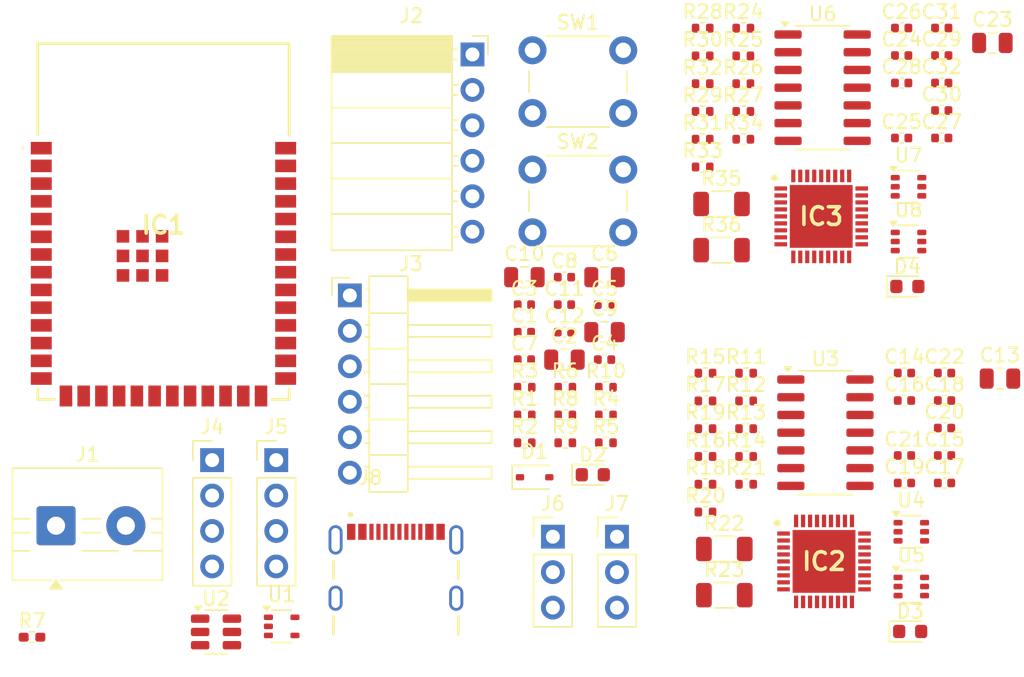
<source format=kicad_pcb>
(kicad_pcb (version 20241229) (generator "pcbnew") (generator_version "9.0")
  (layers (0 "F.Cu" signal) (2 "B.Cu" signal) (13 "F.Paste" user) (15 "B.Paste" user) (5 "F.SilkS" user "F.Silkscreen") (7 "B.SilkS" user "B.Silkscreen") (1 "F.Mask" user) (3 "B.Mask" user) (25 "Edge.Cuts" user))
  (net 0 "")
  (net 1 "GND")
  (net 2 "+3.3V")
  (net 3 "VMOT")
  (net 4 "Net-(IC2-VCP)")
  (net 5 "/Driver_Unit/SGND1")
  (net 6 "/Driver_Unit/SGND2")
  (net 7 "Net-(IC2-CPH)")
  (net 8 "Net-(IC2-CPL)")
  (net 9 "/Driver_Unit1/SGND1")
  (net 10 "/Driver_Unit1/SGND2")
  (net 11 "/GPIO0")
  (net 12 "+5V")
  (net 13 "/CHIP_PU")
  (net 14 "/Driver_Unit/FAULT")
  (net 15 "Net-(D2-K)")
  (net 16 "/Driver_Unit1/FAULT")
  (net 17 "Net-(D4-K)")
  (net 18 "/OUT3A")
  (net 19 "/Driver_Unit/EN2")
  (net 20 "/IN3HA")
  (net 21 "/RESET")
  (net 22 "/Driver_Unit/EN3")
  (net 23 "/OUT2A")
  (net 24 "/OUT1A")
  (net 25 "/IN2HA")
  (net 26 "/IN1HA")
  (net 27 "/SLEEP")
  (net 28 "/Driver_Unit/EN1")
  (net 29 "/Driver_Unit1/EN2")
  (net 30 "/Driver_Unit1/EN1")
  (net 32 "/IN1HB")
  (net 33 "/IN3HB")
  (net 34 "/OUT1B")
  (net 35 "Net-(IC2-NCOMPO)")
  (net 38 "/Driver_Unit1/EN3")
  (net 41 "/OUT2B")
  (net 42 "/OUT3B")
  (net 44 "/IN2HB")
  (net 45 "/MISO")
  (net 46 "/SENSE2A")
  (net 47 "/SDA2")
  (net 48 "/SCL1")
  (net 49 "/D+")
  (net 50 "/MOSI")
  (net 51 "/CS")
  (net 52 "/SENSE2B")
  (net 53 "/SENSE1A")
  (net 54 "/SCL2")
  (net 55 "/SDA1")
  (net 56 "/D-")
  (net 57 "/CLK")
  (net 58 "/SENSE1B")
  (net 59 "/LOOP")
  (net 60 "/IN1LA")
  (net 61 "/IN2LA")
  (net 62 "/IN3LA")
  (net 63 "/IN1LB")
  (net 64 "/IN2LB")
  (net 65 "/IN3LB")
  (net 66 "Net-(D1-A)")
  (net 67 "Net-(C11-Pad1)")
  (net 68 "Net-(C12-Pad1)")
  (net 69 "Net-(IC3-CPH)")
  (net 70 "Net-(IC3-CPL)")
  (net 71 "Net-(IC3-VCP)")
  (net 72 "Net-(D3-K)")
  (net 95 "Net-(IC3-NCOMPO)")
  (net 102 "Net-(J8-CC2)")
  (net 103 "Net-(J8-DN1)")
  (net 104 "Net-(J8-DP1)")
  (net 105 "Net-(J8-CC1)")
  (footprint "Capacitor_SMD:C_0402_1005Metric" (layer "F.Cu") (at 100.1125 53.73)
    (property "Reference" "C8" (at 0 -1.16 0) (layer "F.SilkS"))
    (property "Value" "0.1u")
    (pad "1" smd roundrect (at -0.48 0) (size 0.56 0.62) (layers "F.Cu" "F.Mask" "F.Paste") (net 2 "+3.3V"))
    (pad "2" smd roundrect (at 0.48 0) (size 0.56 0.62) (layers "F.Cu" "F.Mask" "F.Paste") (net 1 "GND"))
  )
  (footprint "Package_SO:SOIC-14_3.9x8.7mm_P1.27mm" (layer "F.Cu") (at 118.8 64.875)
    (property "Reference" "U3" (at 0 -5.28 0) (layer "F.SilkS"))
    (property "Value" "74HC32")
    (pad "1" smd roundrect (at -2.475 -3.81) (size 1.95 0.6) (layers "F.Cu" "F.Mask" "F.Paste") (net 26 "/IN1HA"))
    (pad "2" smd roundrect (at -2.475 -2.54) (size 1.95 0.6) (layers "F.Cu" "F.Mask" "F.Paste") (net 60 "/IN1LA"))
    (pad "3" smd roundrect (at -2.475 -1.27) (size 1.95 0.6) (layers "F.Cu" "F.Mask" "F.Paste") (net 28 "/Driver_Unit/EN1"))
    (pad "4" smd roundrect (at -2.475 0) (size 1.95 0.6) (layers "F.Cu" "F.Mask" "F.Paste") (net 25 "/IN2HA"))
    (pad "5" smd roundrect (at -2.475 1.27) (size 1.95 0.6) (layers "F.Cu" "F.Mask" "F.Paste") (net 61 "/IN2LA"))
    (pad "6" smd roundrect (at -2.475 2.54) (size 1.95 0.6) (layers "F.Cu" "F.Mask" "F.Paste") (net 19 "/Driver_Unit/EN2"))
    (pad "7" smd roundrect (at -2.475 3.81) (size 1.95 0.6) (layers "F.Cu" "F.Mask" "F.Paste") (net 1 "GND"))
    (pad "8" smd roundrect (at 2.475 3.81) (size 1.95 0.6) (layers "F.Cu" "F.Mask" "F.Paste") (net 22 "/Driver_Unit/EN3"))
    (pad "9" smd roundrect (at 2.475 2.54) (size 1.95 0.6) (layers "F.Cu" "F.Mask" "F.Paste") (net 20 "/IN3HA"))
    (pad "10" smd roundrect (at 2.475 1.27) (size 1.95 0.6) (layers "F.Cu" "F.Mask" "F.Paste") (net 62 "/IN3LA"))
    (pad "11" smd roundrect (at 2.475 0) (size 1.95 0.6) (layers "F.Cu" "F.Mask" "F.Paste"))
    (pad "12" smd roundrect (at 2.475 -1.27) (size 1.95 0.6) (layers "F.Cu" "F.Mask" "F.Paste"))
    (pad "13" smd roundrect (at 2.475 -2.54) (size 1.95 0.6) (layers "F.Cu" "F.Mask" "F.Paste"))
    (pad "14" smd roundrect (at 2.475 -3.81) (size 1.95 0.6) (layers "F.Cu" "F.Mask" "F.Paste") (net 2 "+3.3V"))
  )
  (footprint "Resistor_SMD:R_0402_1005Metric_Pad0.72x0.64mm_HandSolder" (layer "F.Cu") (at 61.9825 79.53)
    (property "Reference" "R7" (at 0 -1.17 0) (layer "F.SilkS"))
    (property "Value" "5.1kΩ")
    (pad "1" smd roundrect (at -0.5975 0) (size 0.715 0.64) (layers "F.Cu" "F.Mask" "F.Paste") (net 105 "Net-(J8-CC1)"))
    (pad "2" smd roundrect (at 0.5975 0) (size 0.715 0.64) (layers "F.Cu" "F.Mask" "F.Paste") (net 1 "GND"))
  )
  (footprint "Touchstone:ESP32S3WROOM1N4" (layer "F.Cu") (at 71.3975 49.995)
    (property "Reference" "IC1" (at 0 0 0) (layer "F.SilkS") (effects (font (size 1.27 1.27) (thickness 0.254))))
    (property "Value" "ESP32-S3-WROOM-1-N4" (hide yes))
    (pad "1" smd rect (at -8.75 -5.51 90) (size 0.9 1.5) (layers "F.Cu" "F.Mask" "F.Paste") (net 1 "GND"))
    (pad "2" smd rect (at -8.75 -4.24 90) (size 0.9 1.5) (layers "F.Cu" "F.Mask" "F.Paste") (net 2 "+3.3V"))
    (pad "3" smd rect (at -8.75 -2.97 90) (size 0.9 1.5) (layers "F.Cu" "F.Mask" "F.Paste") (net 13 "/CHIP_PU"))
    (pad "4" smd rect (at -8.75 -1.7 90) (size 0.9 1.5) (layers "F.Cu" "F.Mask" "F.Paste") (net 58 "/SENSE1B"))
    (pad "5" smd rect (at -8.75 -0.43 90) (size 0.9 1.5) (layers "F.Cu" "F.Mask" "F.Paste") (net 55 "/SDA1"))
    (pad "6" smd rect (at -8.75 0.84 90) (size 0.9 1.5) (layers "F.Cu" "F.Mask" "F.Paste") (net 48 "/SCL1"))
    (pad "7" smd rect (at -8.75 2.11 90) (size 0.9 1.5) (layers "F.Cu" "F.Mask" "F.Paste"))
    (pad "8" smd rect (at -8.75 3.38 90) (size 0.9 1.5) (layers "F.Cu" "F.Mask" "F.Paste") (net 51 "/CS"))
    (pad "9" smd rect (at -8.75 4.65 90) (size 0.9 1.5) (layers "F.Cu" "F.Mask" "F.Paste"))
    (pad "10" smd rect (at -8.75 5.92 90) (size 0.9 1.5) (layers "F.Cu" "F.Mask" "F.Paste") (net 47 "/SDA2"))
    (pad "11" smd rect (at -8.75 7.19 90) (size 0.9 1.5) (layers "F.Cu" "F.Mask" "F.Paste") (net 54 "/SCL2"))
    (pad "12" smd rect (at -8.75 8.46 90) (size 0.9 1.5) (layers "F.Cu" "F.Mask" "F.Paste"))
    (pad "13" smd rect (at -8.75 9.73 90) (size 0.9 1.5) (layers "F.Cu" "F.Mask" "F.Paste") (net 56 "/D-"))
    (pad "14" smd rect (at -8.75 11 90) (size 0.9 1.5) (layers "F.Cu" "F.Mask" "F.Paste") (net 49 "/D+"))
    (pad "15" smd rect (at -6.985 12.25) (size 0.9 1.5) (layers "F.Cu" "F.Mask" "F.Paste"))
    (pad "16" smd rect (at -5.715 12.25) (size 0.9 1.5) (layers "F.Cu" "F.Mask" "F.Paste"))
    (pad "17" smd rect (at -4.445 12.25) (size 0.9 1.5) (layers "F.Cu" "F.Mask" "F.Paste"))
    (pad "18" smd rect (at -3.175 12.25) (size 0.9 1.5) (layers "F.Cu" "F.Mask" "F.Paste"))
    (pad "19" smd rect (at -1.905 12.25) (size 0.9 1.5) (layers "F.Cu" "F.Mask" "F.Paste"))
    (pad "20" smd rect (at -0.635 12.25) (size 0.9 1.5) (layers "F.Cu" "F.Mask" "F.Paste") (net 45 "/MISO"))
    (pad "21" smd rect (at 0.635 12.25) (size 0.9 1.5) (layers "F.Cu" "F.Mask" "F.Paste") (net 50 "/MOSI"))
    (pad "22" smd rect (at 1.905 12.25) (size 0.9 1.5) (layers "F.Cu" "F.Mask" "F.Paste") (net 57 "/CLK"))
    (pad "23" smd rect (at 3.175 12.25) (size 0.9 1.5) (layers "F.Cu" "F.Mask" "F.Paste"))
    (pad "24" smd rect (at 4.445 12.25) (size 0.9 1.5) (layers "F.Cu" "F.Mask" "F.Paste"))
    (pad "25" smd rect (at 5.715 12.25) (size 0.9 1.5) (layers "F.Cu" "F.Mask" "F.Paste"))
    (pad "26" smd rect (at 6.985 12.25) (size 0.9 1.5) (layers "F.Cu" "F.Mask" "F.Paste"))
    (pad "27" smd rect (at 8.75 11 90) (size 0.9 1.5) (layers "F.Cu" "F.Mask" "F.Paste") (net 11 "/GPIO0"))
    (pad "28" smd rect (at 8.75 9.73 90) (size 0.9 1.5) (layers "F.Cu" "F.Mask" "F.Paste"))
    (pad "29" smd rect (at 8.75 8.46 90) (size 0.9 1.5) (layers "F.Cu" "F.Mask" "F.Paste") (net 53 "/SENSE1A"))
    (pad "30" smd rect (at 8.75 7.19 90) (size 0.9 1.5) (layers "F.Cu" "F.Mask" "F.Paste") (net 46 "/SENSE2A"))
    (pad "31" smd rect (at 8.75 5.92 90) (size 0.9 1.5) (layers "F.Cu" "F.Mask" "F.Paste"))
    (pad "32" smd rect (at 8.75 4.65 90) (size 0.9 1.5) (layers "F.Cu" "F.Mask" "F.Paste"))
    (pad "33" smd rect (at 8.75 3.38 90) (size 0.9 1.5) (layers "F.Cu" "F.Mask" "F.Paste"))
    (pad "34" smd rect (at 8.75 2.11 90) (size 0.9 1.5) (layers "F.Cu" "F.Mask" "F.Paste"))
    (pad "35" smd rect (at 8.75 0.84 90) (size 0.9 1.5) (layers "F.Cu" "F.Mask" "F.Paste"))
    (pad "36" smd rect (at 8.75 -0.43 90) (size 0.9 1.5) (layers "F.Cu" "F.Mask" "F.Paste"))
    (pad "37" smd rect (at 8.75 -1.7 90) (size 0.9 1.5) (layers "F.Cu" "F.Mask" "F.Paste"))
    (pad "38" smd rect (at 8.75 -2.97 90) (size 0.9 1.5) (layers "F.Cu" "F.Mask" "F.Paste") (net 52 "/SENSE2B"))
    (pad "39" smd rect (at 8.75 -4.24 90) (size 0.9 1.5) (layers "F.Cu" "F.Mask" "F.Paste"))
    (pad "40" smd rect (at 8.75 -5.51 90) (size 0.9 1.5) (layers "F.Cu" "F.Mask" "F.Paste") (net 1 "GND"))
    (pad "41" smd rect (at -1.5 2.21) (size 0.9 0.9) (layers "F.Cu" "F.Mask" "F.Paste") (net 1 "GND"))
    (pad "42" smd rect (at -0.1 2.21) (size 0.9 0.9) (layers "F.Cu" "F.Mask" "F.Paste") (net 1 "GND"))
    (pad "43" smd rect (at -0.1 0.81) (size 0.9 0.9) (layers "F.Cu" "F.Mask" "F.Paste") (net 1 "GND"))
    (pad "44" smd rect (at -1.5 0.81) (size 0.9 0.9) (layers "F.Cu" "F.Mask" "F.Paste") (net 1 "GND"))
    (pad "45" smd rect (at -2.9 0.81) (size 0.9 0.9) (layers "F.Cu" "F.Mask" "F.Paste") (net 1 "GND"))
    (pad "46" smd rect (at -2.9 2.21) (size 0.9 0.9) (layers "F.Cu" "F.Mask" "F.Paste") (net 1 "GND"))
    (pad "47" smd rect (at -2.9 3.61) (size 0.9 0.9) (layers "F.Cu" "F.Mask" "F.Paste") (net 1 "GND"))
    (pad "48" smd rect (at -1.5 3.61) (size 0.9 0.9) (layers "F.Cu" "F.Mask" "F.Paste") (net 1 "GND"))
    (pad "49" smd rect (at -0.1 3.61) (size 0.9 0.9) (layers "F.Cu" "F.Mask" "F.Paste") (net 1 "GND"))
  )
  (footprint "Resistor_SMD:R_0402_1005Metric" (layer "F.Cu") (at 113.12 60.61)
    (property "Reference" "R11" (at 0 -1.17 0) (layer "F.SilkS"))
    (property "Value" "3.3k")
    (pad "1" smd roundrect (at -0.51 0) (size 0.54 0.64) (layers "F.Cu" "F.Mask" "F.Paste") (net 35 "Net-(IC2-NCOMPO)"))
    (pad "2" smd roundrect (at 0.51 0) (size 0.54 0.64) (layers "F.Cu" "F.Mask" "F.Paste") (net 2 "+3.3V"))
  )
  (footprint "Connector_PinHeader_2.54mm:PinHeader_1x04_P2.54mm_Vertical" (layer "F.Cu") (at 79.4725 66.84)
    (property "Reference" "J5" (at 0 -2.38 0) (layer "F.SilkS"))
    (property "Value" "Conn_01x04")
    (pad "1" thru_hole rect (at 0 0) (size 1.7 1.7) (drill 1) (layers "*.Cu" "*.Mask") (net 2 "+3.3V"))
    (pad "2" thru_hole circle (at 0 2.54) (size 1.7 1.7) (drill 1) (layers "*.Cu" "*.Mask") (net 1 "GND"))
    (pad "3" thru_hole circle (at 0 5.08) (size 1.7 1.7) (drill 1) (layers "*.Cu" "*.Mask") (net 47 "/SDA2"))
    (pad "4" thru_hole circle (at 0 7.62) (size 1.7 1.7) (drill 1) (layers "*.Cu" "*.Mask") (net 54 "/SCL2"))
  )
  (footprint "LED_SMD:LED_0603_1608Metric" (layer "F.Cu") (at 124.87 79.12)
    (property "Reference" "D3" (at 0 -1.43 0) (layer "F.SilkS"))
    (property "Value" "LED")
    (pad "1" smd roundrect (at -0.7875 0) (size 0.875 0.95) (layers "F.Cu" "F.Mask" "F.Paste") (net 72 "Net-(D3-K)"))
    (pad "2" smd roundrect (at 0.7875 0) (size 0.875 0.95) (layers "F.Cu" "F.Mask" "F.Paste") (net 14 "/Driver_Unit/FAULT"))
  )
  (footprint "Resistor_SMD:R_0402_1005Metric" (layer "F.Cu") (at 110.01 41.855)
    (property "Reference" "R29" (at 0 -1.17 0) (layer "F.SilkS"))
    (property "Value" "3.3k")
    (pad "1" smd roundrect (at -0.51 0) (size 0.54 0.64) (layers "F.Cu" "F.Mask" "F.Paste") (net 1 "GND"))
    (pad "2" smd roundrect (at 0.51 0) (size 0.54 0.64) (layers "F.Cu" "F.Mask" "F.Paste") (net 63 "/IN1LB"))
  )
  (footprint "Capacitor_SMD:C_0402_1005Metric" (layer "F.Cu") (at 127.13 43.755)
    (property "Reference" "C27" (at 0 -1.16 0) (layer "F.SilkS"))
    (property "Value" "0.1u")
    (pad "1" smd roundrect (at -0.48 0) (size 0.56 0.62) (layers "F.Cu" "F.Mask" "F.Paste") (net 1 "GND"))
    (pad "2" smd roundrect (at 0.48 0) (size 0.56 0.62) (layers "F.Cu" "F.Mask" "F.Paste") (net 3 "VMOT"))
  )
  (footprint "Resistor_SMD:R_0402_1005Metric" (layer "F.Cu") (at 112.92 43.845)
    (property "Reference" "R34" (at 0 -1.17 0) (layer "F.SilkS"))
    (property "Value" "500")
    (pad "1" smd roundrect (at -0.51 0) (size 0.54 0.64) (layers "F.Cu" "F.Mask" "F.Paste") (net 17 "Net-(D4-K)"))
    (pad "2" smd roundrect (at 0.51 0) (size 0.54 0.64) (layers "F.Cu" "F.Mask" "F.Paste") (net 1 "GND"))
  )
  (footprint "TerminalBlock:TerminalBlock_MaiXu_MX126-5.0-02P_1x02_P5.00mm" (layer "F.Cu") (at 63.7025 71.54)
    (property "Reference" "J1" (at 2.25 -5.12 0) (layer "F.SilkS"))
    (property "Value" "Conn_01x02")
    (pad "1" thru_hole roundrect (at 0 0) (size 2.8 2.8) (drill 1.3) (layers "*.Cu" "*.Mask") (roundrect_rratio 0.089286) (net 3 "VMOT"))
    (pad "2" thru_hole circle (at 5 0) (size 2.8 2.8) (drill 1.3) (layers "*.Cu" "*.Mask") (net 1 "GND"))
  )
  (footprint "Resistor_SMD:R_0402_1005Metric" (layer "F.Cu") (at 110.21 62.6)
    (property "Reference" "R17" (at 0 -1.17 0) (layer "F.SilkS"))
    (property "Value" "3.3k")
    (pad "1" smd roundrect (at -0.51 0) (size 0.54 0.64) (layers "F.Cu" "F.Mask" "F.Paste") (net 1 "GND"))
    (pad "2" smd roundrect (at 0.51 0) (size 0.54 0.64) (layers "F.Cu" "F.Mask" "F.Paste") (net 25 "/IN2HA"))
  )
  (footprint "Capacitor_SMD:C_0402_1005Metric" (layer "F.Cu") (at 100.1125 55.7)
    (property "Reference" "C11" (at 0 -1.16 0) (layer "F.SilkS"))
    (property "Value" "20p")
    (pad "1" smd roundrect (at -0.48 0) (size 0.56 0.62) (layers "F.Cu" "F.Mask" "F.Paste") (net 67 "Net-(C11-Pad1)"))
    (pad "2" smd roundrect (at 0.48 0) (size 0.56 0.62) (layers "F.Cu" "F.Mask" "F.Paste") (net 1 "GND"))
  )
  (footprint "Capacitor_SMD:C_0402_1005Metric" (layer "F.Cu") (at 102.9825 59.64)
    (property "Reference" "C4" (at 0 -1.16 0) (layer "F.SilkS"))
    (property "Value" "0.1u")
    (pad "1" smd roundrect (at -0.48 0) (size 0.56 0.62) (layers "F.Cu" "F.Mask" "F.Paste") (net 13 "/CHIP_PU"))
    (pad "2" smd roundrect (at 0.48 0) (size 0.56 0.62) (layers "F.Cu" "F.Mask" "F.Paste") (net 1 "GND"))
  )
  (footprint "Resistor_SMD:R_0402_1005Metric" (layer "F.Cu") (at 113.12 62.6)
    (property "Reference" "R12" (at 0 -1.17 0) (layer "F.SilkS"))
    (property "Value" "3.3k")
    (pad "1" smd roundrect (at -0.51 0) (size 0.54 0.64) (layers "F.Cu" "F.Mask" "F.Paste") (net 14 "/Driver_Unit/FAULT"))
    (pad "2" smd roundrect (at 0.51 0) (size 0.54 0.64) (layers "F.Cu" "F.Mask" "F.Paste") (net 2 "+3.3V"))
  )
  (footprint "Capacitor_SMD:C_0402_1005Metric" (layer "F.Cu") (at 97.2425 57.67)
    (property "Reference" "C1" (at 0 -1.16 0) (layer "F.SilkS"))
    (property "Value" "0.1u")
    (pad "1" smd roundrect (at -0.48 0) (size 0.56 0.62) (layers "F.Cu" "F.Mask" "F.Paste") (net 1 "GND"))
    (pad "2" smd roundrect (at 0.48 0) (size 0.56 0.62) (layers "F.Cu" "F.Mask" "F.Paste") (net 2 "+3.3V"))
  )
  (footprint "Diode_SMD:D_SOD-323" (layer "F.Cu") (at 97.9775 68.07)
    (property "Reference" "D1" (at 0 -1.85 0) (layer "F.SilkS"))
    (property "Value" "BAT60A")
    (pad "1" smd roundrect (at -1.05 0) (size 0.6 0.45) (layers "F.Cu" "F.Mask" "F.Paste") (net 12 "+5V"))
    (pad "2" smd roundrect (at 1.05 0) (size 0.6 0.45) (layers "F.Cu" "F.Mask" "F.Paste") (net 66 "Net-(D1-A)"))
  )
  (footprint "Capacitor_SMD:C_0402_1005Metric" (layer "F.Cu") (at 124.46 66.51)
    (property "Reference" "C21" (at 0 -1.16 0) (layer "F.SilkS"))
    (property "Value" "0.1u")
    (pad "1" smd roundrect (at -0.48 0) (size 0.56 0.62) (layers "F.Cu" "F.Mask" "F.Paste") (net 1 "GND"))
    (pad "2" smd roundrect (at 0.48 0) (size 0.56 0.62) (layers "F.Cu" "F.Mask" "F.Paste") (net 5 "/Driver_Unit/SGND1"))
  )
  (footprint "Capacitor_SMD:C_0402_1005Metric" (layer "F.Cu") (at 97.2425 59.64)
    (property "Reference" "C7" (at 0 -1.16 0) (layer "F.SilkS"))
    (property "Value" "0.1u")
    (pad "1" smd roundrect (at -0.48 0) (size 0.56 0.62) (layers "F.Cu" "F.Mask" "F.Paste") (net 12 "+5V"))
    (pad "2" smd roundrect (at 0.48 0) (size 0.56 0.62) (layers "F.Cu" "F.Mask" "F.Paste") (net 1 "GND"))
  )
  (footprint "Connector_PinHeader_2.54mm:PinHeader_1x03_P2.54mm_Vertical" (layer "F.Cu") (at 99.2825 72.33)
    (property "Reference" "J6" (at 0 -2.38 0) (layer "F.SilkS"))
    (property "Value" "Conn_01x03")
    (pad "1" thru_hole rect (at 0 0) (size 1.7 1.7) (drill 1) (layers "*.Cu" "*.Mask") (net 24 "/OUT1A"))
    (pad "2" thru_hole circle (at 0 2.54) (size 1.7 1.7) (drill 1) (layers "*.Cu" "*.Mask") (net 23 "/OUT2A"))
    (pad "3" thru_hole circle (at 0 5.08) (size 1.7 1.7) (drill 1) (layers "*.Cu" "*.Mask") (net 18 "/OUT3A"))
  )
  (footprint "Resistor_SMD:R_0402_1005Metric" (layer "F.Cu") (at 103.0825 61.62)
    (property "Reference" "R10" (at 0 -1.17 0) (layer "F.SilkS"))
    (property "Value" "22Ω")
    (pad "1" smd roundrect (at -0.51 0) (size 0.54 0.64) (layers "F.Cu" "F.Mask" "F.Paste") (net 56 "/D-"))
    (pad "2" smd roundrect (at 0.51 0) (size 0.54 0.64) (layers "F.Cu" "F.Mask" "F.Paste") (net 68 "Net-(C12-Pad1)"))
  )
  (footprint "Package_SO:SOIC-14_3.9x8.7mm_P1.27mm" (layer "F.Cu") (at 118.6 40.15)
    (property "Reference" "U6" (at 0 -5.28 0) (layer "F.SilkS"))
    (property "Value" "74HC32")
    (pad "1" smd roundrect (at -2.475 -3.81) (size 1.95 0.6) (layers "F.Cu" "F.Mask" "F.Paste") (net 32 "/IN1HB"))
    (pad "2" smd roundrect (at -2.475 -2.54) (size 1.95 0.6) (layers "F.Cu" "F.Mask" "F.Paste") (net 63 "/IN1LB"))
    (pad "3" smd roundrect (at -2.475 -1.27) (size 1.95 0.6) (layers "F.Cu" "F.Mask" "F.Paste") (net 30 "/Driver_Unit1/EN1"))
    (pad "4" smd roundrect (at -2.475 0) (size 1.95 0.6) (layers "F.Cu" "F.Mask" "F.Paste") (net 44 "/IN2HB"))
    (pad "5" smd roundrect (at -2.475 1.27) (size 1.95 0.6) (layers "F.Cu" "F.Mask" "F.Paste") (net 64 "/IN2LB"))
    (pad "6" smd roundrect (at -2.475 2.54) (size 1.95 0.6) (layers "F.Cu" "F.Mask" "F.Paste") (net 29 "/Driver_Unit1/EN2"))
    (pad "7" smd roundrect (at -2.475 3.81) (size 1.95 0.6) (layers "F.Cu" "F.Mask" "F.Paste") (net 1 "GND"))
    (pad "8" smd roundrect (at 2.475 3.81) (size 1.95 0.6) (layers "F.Cu" "F.Mask" "F.Paste") (net 38 "/Driver_Unit1/EN3"))
    (pad "9" smd roundrect (at 2.475 2.54) (size 1.95 0.6) (layers "F.Cu" "F.Mask" "F.Paste") (net 33 "/IN3HB"))
    (pad "10" smd roundrect (at 2.475 1.27) (size 1.95 0.6) (layers "F.Cu" "F.Mask" "F.Paste") (net 65 "/IN3LB"))
    (pad "11" smd roundrect (at 2.475 0) (size 1.95 0.6) (layers "F.Cu" "F.Mask" "F.Paste"))
    (pad "12" smd roundrect (at 2.475 -1.27) (size 1.95 0.6) (layers "F.Cu" "F.Mask" "F.Paste"))
    (pad "13" smd roundrect (at 2.475 -2.54) (size 1.95 0.6) (layers "F.Cu" "F.Mask" "F.Paste"))
    (pad "14" smd roundrect (at 2.475 -3.81) (size 1.95 0.6) (layers "F.Cu" "F.Mask" "F.Paste") (net 2 "+3.3V"))
  )
  (footprint "Resistor_SMD:R_0402_1005Metric" (layer "F.Cu") (at 113.12 68.57)
    (property "Reference" "R21" (at 0 -1.17 0) (layer "F.SilkS"))
    (property "Value" "500")
    (pad "1" smd roundrect (at -0.51 0) (size 0.54 0.64) (layers "F.Cu" "F.Mask" "F.Paste") (net 72 "Net-(D3-K)"))
    (pad "2" smd roundrect (at 0.51 0) (size 0.54 0.64) (layers "F.Cu" "F.Mask" "F.Paste") (net 1 "GND"))
  )
  (footprint "Touchstone:GCT_USB4105-GF-A" (layer "F.Cu") (at 88.0425 76.735)
    (property "Reference" "J8" (at -1.825 -8.635 0) (layer "F.SilkS"))
    (property "Value" "USB4105-GF-A")
    (pad "" np_thru_hole circle (at -2.89 -3.68) (size 0.65 0.65) (drill 0.65) (layers "*.Cu" "*.Mask"))
    (pad "" np_thru_hole circle (at 2.89 -3.68) (size 0.65 0.65) (drill 0.65) (layers "*.Cu" "*.Mask"))
    (pad "A1_B12" smd rect (at -3.2 -4.755) (size 0.6 1.15) (layers "F.Cu" "F.Paste") (net 1 "GND"))
    (pad "A4_B9" smd rect (at -2.4 -4.755) (size 0.6 1.15) (layers "F.Cu" "F.Paste") (net 66 "Net-(D1-A)"))
    (pad "A5" smd rect (at -1.25 -4.755) (size 0.3 1.15) (layers "F.Cu" "F.Paste") (net 105 "Net-(J8-CC1)"))
    (pad "A6" smd rect (at -0.25 -4.755) (size 0.3 1.15) (layers "F.Cu" "F.Paste") (net 104 "Net-(J8-DP1)"))
    (pad "A7" smd rect (at 0.25 -4.755) (size 0.3 1.15) (layers "F.Cu" "F.Paste") (net 103 "Net-(J8-DN1)"))
    (pad "A8" smd rect (at 1.25 -4.755) (size 0.3 1.15) (layers "F.Cu" "F.Paste"))
    (pad "B1_A12" smd rect (at 3.2 -4.755) (size 0.6 1.15) (layers "F.Cu" "F.Paste") (net 1 "GND"))
    (pad "B4_A9" smd rect (at 2.4 -4.755) (size 0.6 1.15) (layers "F.Cu" "F.Paste") (net 66 "Net-(D1-A)"))
    (pad "B5" smd rect (at 1.75 -4.755) (size 0.3 1.15) (layers "F.Cu" "F.Paste") (net 102 "Net-(J8-CC2)"))
    (pad "B6" smd rect (at 0.75 -4.755) (size 0.3 1.15) (layers "F.Cu" "F.Paste") (net 104 "Net-(J8-DP1)"))
    (pad "B7" smd rect (at -0.75 -4.755) (size 0.3 1.15) (layers "F.Cu" "F.Paste") (net 103 "Net-(J8-DN1)"))
    (pad "B8" smd rect (at -1.75 -4.755) (size 0.3 1.15) (layers "F.Cu" "F.Paste"))
    (pad "SH1" thru_hole oval (at -4.32 -4.18) (size 1 2.1) (drill oval 0.6 1.7) (layers "*.Cu" "*.Mask") (net 1 "GND"))
    (pad "SH2" thru_hole oval (at 4.32 -4.18) (size 1 2.1) (drill oval 0.6 1.7) (layers "*.Cu" "*.Mask") (net 1 "GND"))
    (pad "SH3" thru_hole oval (at -4.32 0) (size 1 1.8) (drill oval 0.6 1.4) (layers "*.Cu" "*.Mask") (net 1 "GND"))
    (pad "SH4" thru_hole oval (at 4.32 0) (size 1 1.8) (drill oval 0.6 1.4) (layers "*.Cu" "*.Mask") (net 1 "GND"))
  )
  (footprint "Capacitor_SMD:C_0402_1005Metric" (layer "F.Cu") (at 124.26 39.815)
    (property "Reference" "C28" (at 0 -1.16 0) (layer "F.SilkS"))
    (property "Value" "0.1u")
    (pad "1" smd roundrect (at -0.48 0) (size 0.56 0.62) (layers "F.Cu" "F.Mask" "F.Paste") (net 1 "GND"))
    (pad "2" smd roundrect (at 0.48 0) (size 0.56 0.62) (layers "F.Cu" "F.Mask" "F.Paste") (net 3 "VMOT"))
  )
  (footprint "Resistor_SMD:R_0402_1005Metric" (layer "F.Cu") (at 103.0825 65.6)
    (property "Reference" "R5" (at 0 -1.17 0) (layer "F.SilkS"))
    (property "Value" "10k")
    (pad "1" smd roundrect (at -0.51 0) (size 0.54 0.64) (layers "F.Cu" "F.Mask" "F.Paste") (net 51 "/CS"))
    (pad "2" smd roundrect (at 0.51 0) (size 0.54 0.64) (layers "F.Cu" "F.Mask" "F.Paste") (net 2 "+3.3V"))
  )
  (footprint "Capacitor_SMD:C_0402_1005Metric" (layer "F.Cu") (at 127.33 64.54)
    (property "Reference" "C20" (at 0 -1.16 0) (layer "F.SilkS"))
    (property "Value" "0.1u")
    (pad "1" smd roundrect (at -0.48 0) (size 0.56 0.62) (layers "F.Cu" "F.Mask" "F.Paste") (net 1 "GND"))
    (pad "2" smd roundrect (at 0.48 0) (size 0.56 0.62) (layers "F.Cu" "F.Mask" "F.Paste") (net 2 "+3.3V"))
  )
  (footprint "Capacitor_SMD:C_0402_1005Metric" (layer "F.Cu") (at 127.33 66.51)
    (property "Reference" "C15" (at 0 -1.16 0) (layer "F.SilkS"))
    (property "Value" "0.01u")
    (pad "1" smd roundrect (at -0.48 0) (size 0.56 0.62) (layers "F.Cu" "F.Mask" "F.Paste") (net 7 "Net-(IC2-CPH)"))
    (pad "2" smd roundrect (at 0.48 0) (size 0.56 0.62) (layers "F.Cu" "F.Mask" "F.Paste") (net 8 "Net-(IC2-CPL)"))
  )
  (footprint "Capacitor_SMD:C_0402_1005Metric" (layer "F.Cu") (at 127.13 39.815)
    (property "Reference" "C32" (at 0 -1.16 0) (layer "F.SilkS"))
    (property "Value" "0.1u")
    (pad "1" smd roundrect (at -0.48 0) (size 0.56 0.62) (layers "F.Cu" "F.Mask" "F.Paste") (net 1 "GND"))
    (pad "2" smd roundrect (at 0.48 0) (size 0.56 0.62) (layers "F.Cu" "F.Mask" "F.Paste") (net 10 "/Driver_Unit1/SGND2"))
  )
  (footprint "Capacitor_SMD:C_0402_1005Metric" (layer "F.Cu") (at 124.26 35.875)
    (property "Reference" "C26" (at 0 -1.16 0) (layer "F.SilkS"))
    (property "Value" "0.1u")
    (pad "1" smd roundrect (at -0.48 0) (size 0.56 0.62) (layers "F.Cu" "F.Mask" "F.Paste") (net 3 "VMOT"))
    (pad "2" smd roundrect (at 0.48 0) (size 0.56 0.62) (layers "F.Cu" "F.Mask" "F.Paste") (net 71 "Net-(IC3-VCP)"))
  )
  (footprint "Package_TO_SOT_SMD:SOT-363_SC-70-6" (layer "F.Cu") (at 124.95 71.975)
    (property "Reference" "U4" (at 0 -2.25 0) (layer "F.SilkS"))
    (property "Value" "INA199xxDCK")
    (pad "1" smd roundrect (at -0.95 -0.65) (size 0.65 0.4) (layers "F.Cu" "F.Mask" "F.Paste") (net 1 "GND"))
    (pad "2" smd roundrect (at -0.95 0) (size 0.65 0.4) (layers "F.Cu" "F.Mask" "F.Paste") (net 1 "GND"))
    (pad "3" smd roundrect (at -0.95 0.65) (size 0.65 0.4) (layers "F.Cu" "F.Mask" "F.Paste") (net 2 "+3.3V"))
    (pad "4" smd roundrect (at 0.95 0.65) (size 0.65 0.4) (layers "F.Cu" "F.Mask" "F.Paste") (net 5 "/Driver_Unit/SGND1"))
    (pad "5" smd roundrect (at 0.95 0) (size 0.65 0.4) (layers "F.Cu" "F.Mask" "F.Paste") (net 1 "GND"))
    (pad "6" smd roundrect (at 0.95 -0.65) (size 0.65 0.4) (layers "F.Cu" "F.Mask" "F.Paste") (net 53 "/SENSE1A"))
  )
  (footprint "Capacitor_SMD:C_0805_2012Metric" (layer "F.Cu") (at 102.9825 57.67)
    (property "Reference" "C9" (at 0 -1.68 0) (layer "F.SilkS"))
    (property "Value" "10u")
    (pad "1" smd roundrect (at -0.95 0) (size 1 1.45) (layers "F.Cu" "F.Mask" "F.Paste") (net 2 "+3.3V"))
    (pad "2" smd roundrect (at 0.95 0) (size 1 1.45) (layers "F.Cu" "F.Mask" "F.Paste") (net 1 "GND"))
  )
  (footprint "Button_Switch_THT:SW_PUSH_6mm" (layer "F.Cu") (at 97.8225 46.02)
    (property "Reference" "SW2" (at 3.25 -2 0) (layer "F.SilkS"))
    (property "Value" "SW_SPST")
    (pad "1" thru_hole circle (at 0 0 90) (size 2 2) (drill 1.1) (layers "*.Cu" "*.Mask") (net 1 "GND"))
    (pad "1" thru_hole circle (at 6.5 0 90) (size 2 2) (drill 1.1) (layers "*.Cu" "*.Mask") (net 1 "GND"))
    (pad "2" thru_hole circle (at 0 4.5 90) (size 2 2) (drill 1.1) (layers "*.Cu" "*.Mask") (net 13 "/CHIP_PU"))
    (pad "2" thru_hole circle (at 6.5 4.5 90) (size 2 2) (drill 1.1) (layers "*.Cu" "*.Mask") (net 13 "/CHIP_PU"))
  )
  (footprint "Touchstone:QFN50P600X600X100-37N-D" (layer "F.Cu") (at 118.7 74.1)
    (property "Reference" "IC2" (at 0 0 0) (layer "F.SilkS") (effects (font (size 1.27 1.27) (thickness 0.254))))
    (property "Value" "DRV8313RHHR" (hide yes))
    (pad "1" smd rect (at -2.9 -2 90) (size 0.3 0.9) (layers "F.Cu" "F.Mask" "F.Paste") (net 28 "/Driver_Unit/EN1"))
    (pad "2" smd rect (at -2.9 -1.5 90) (size 0.3 0.9) (layers "F.Cu" "F.Mask" "F.Paste") (net 26 "/IN1HA"))
    (pad "3" smd rect (at -2.9 -1 90) (size 0.3 0.9) (layers "F.Cu" "F.Mask" "F.Paste") (net 1 "GND"))
    (pad "4" smd rect (at -2.9 -0.5 90) (size 0.3 0.9) (layers "F.Cu" "F.Mask" "F.Paste"))
    (pad "5" smd rect (at -2.9 0 90) (size 0.3 0.9) (layers "F.Cu" "F.Mask" "F.Paste") (net 8 "Net-(IC2-CPL)"))
    (pad "6" smd rect (at -2.9 0.5 90) (size 0.3 0.9) (layers "F.Cu" "F.Mask" "F.Paste") (net 7 "Net-(IC2-CPH)"))
    (pad "7" smd rect (at -2.9 1 90) (size 0.3 0.9) (layers "F.Cu" "F.Mask" "F.Paste") (net 4 "Net-(IC2-VCP)"))
    (pad "8" smd rect (at -2.9 1.5 90) (size 0.3 0.9) (layers "F.Cu" "F.Mask" "F.Paste"))
    (pad "9" smd rect (at -2.9 2 90) (size 0.3 0.9) (layers "F.Cu" "F.Mask" "F.Paste") (net 3 "VMOT"))
    (pad "10" smd rect (at -2 2.9) (size 0.3 0.9) (layers "F.Cu" "F.Mask" "F.Paste") (net 24 "/OUT1A"))
    (pad "11" smd rect (at -1.5 2.9) (size 0.3 0.9) (layers "F.Cu" "F.Mask" "F.Paste") (net 5 "/Driver_Unit/SGND1"))
    (pad "12" smd rect (at -1 2.9) (size 0.3 0.9) (layers "F.Cu" "F.Mask" "F.Paste") (net 6 "/Driver_Unit/SGND2"))
    (pad "13" smd rect (at -0.5 2.9) (size 0.3 0.9) (layers "F.Cu" "F.Mask" "F.Paste") (net 23 "/OUT2A"))
    (pad "14" smd rect (at 0 2.9) (size 0.3 0.9) (layers "F.Cu" "F.Mask" "F.Paste"))
    (pad "15" smd rect (at 0.5 2.9) (size 0.3 0.9) (layers "F.Cu" "F.Mask" "F.Paste") (net 18 "/OUT3A"))
    (pad "16" smd rect (at 1 2.9) (size 0.3 0.9) (layers "F.Cu" "F.Mask" "F.Paste") (net 1 "GND"))
    (pad "17" smd rect (at 1.5 2.9) (size 0.3 0.9) (layers "F.Cu" "F.Mask" "F.Paste") (net 1 "GND"))
    (pad "18" smd rect (at 2 2.9) (size 0.3 0.9) (layers "F.Cu" "F.Mask" "F.Paste"))
    (pad "19" smd rect (at 2.9 2 90) (size 0.3 0.9) (layers "F.Cu" "F.Mask" "F.Paste") (net 3 "VMOT"))
    (pad "20" smd rect (at 2.9 1.5 90) (size 0.3 0.9) (layers "F.Cu" "F.Mask" "F.Paste") (net 1 "GND"))
    (pad "21" smd rect (at 2.9 1 90) (size 0.3 0.9) (layers "F.Cu" "F.Mask" "F.Paste"))
    (pad "22" smd rect (at 2.9 0.5 90) (size 0.3 0.9) (layers "F.Cu" "F.Mask" "F.Paste"))
    (pad "23" smd rect (at 2.9 0 90) (size 0.3 0.9) (layers "F.Cu" "F.Mask" "F.Paste") (net 1 "GND"))
    (pad "24" smd rect (at 2.9 -0.5 90) (size 0.3 0.9) (layers "F.Cu" "F.Mask" "F.Paste") (net 1 "GND"))
    (pad "25" smd rect (at 2.9 -1 90) (size 0.3 0.9) (layers "F.Cu" "F.Mask" "F.Paste") (net 2 "+3.3V"))
    (pad "26" smd rect (at 2.9 -1.5 90) (size 0.3 0.9) (layers "F.Cu" "F.Mask" "F.Paste") (net 21 "/RESET"))
    (pad "27" smd rect (at 2.9 -2 90) (size 0.3 0.9) (layers "F.Cu" "F.Mask" "F.Paste") (net 27 "/SLEEP"))
    (pad "28" smd rect (at 2 -2.9) (size 0.3 0.9) (layers "F.Cu" "F.Mask" "F.Paste") (net 14 "/Driver_Unit/FAULT"))
    (pad "29" smd rect (at 1.5 -2.9) (size 0.3 0.9) (layers "F.Cu" "F.Mask" "F.Paste") (net 35 "Net-(IC2-NCOMPO)"))
    (pad "30" smd rect (at 1 -2.9) (size 0.3 0.9) (layers "F.Cu" "F.Mask" "F.Paste") (net 1 "GND"))
    (pad "31" smd rect (at 0.5 -2.9) (size 0.3 0.9) (layers "F.Cu" "F.Mask" "F.Paste") (net 1 "GND"))
    (pad "32" smd rect (at 0 -2.9) (size 0.3 0.9) (layers "F.Cu" "F.Mask" "F.Paste") (net 1 "GND"))
    (pad "33" smd rect (at -0.5 -2.9) (size 0.3 0.9) (layers "F.Cu" "F.Mask" "F.Paste") (net 22 "/Driver_Unit/EN3"))
    (pad "34" smd rect (at -1 -2.9) (size 0.3 0.9) (layers "F.Cu" "F.Mask" "F.Paste") (net 20 "/IN3HA"))
    (pad "35" smd rect (at -1.5 -2.9) (size 0.3 0.9) (layers "F.Cu" "F.Mask" "F.Paste") (net 19 "/Driver_Unit/EN2"))
    (pad "36" smd rect (at -2 -2.9) (size 0.3 0.9) (layers "F.Cu" "F.Mask" "F.Paste") (net 25 "/IN2HA"))
    (pad "37" smd rect (at 0 0) (size 4.5 4.5) (layers "F.Cu" "F.Mask" "F.Paste") (net 1 "GND"))
  )
  (footprint "Resistor_SMD:R_0402_1005Metric" (layer "F.Cu") (at 110.01 43.845)
    (property "Reference" "R31" (at 0 -1.17 0) (layer "F.SilkS"))
    (property "Value" "3.3k")
    (pad "1" smd roundrect (at -0.51 0) (size 0.54 0.64) (layers "F.Cu" "F.Mask" "F.Paste") (net 1 "GND"))
    (pad "2" smd roundrect (at 0.51 0) (size 0.54 0.64) (layers "F.Cu" "F.Mask" "F.Paste") (net 64 "/IN2LB"))
  )
  (footprint "Resistor_SMD:R_0402_1005Metric" (layer "F.Cu") (at 110.21 64.59)
    (property "Reference" "R19" (at 0 -1.17 0) (layer "F.SilkS"))
    (property "Value" "3.3k")
    (pad "1" smd roundrect (at -0.51 0) (size 0.54 0.64) (layers "F.Cu" "F.Mask" "F.Paste") (net 1 "GND"))
    (pad "2" smd roundrect (at 0.51 0) (size 0.54 0.64) (layers "F.Cu" "F.Mask" "F.Paste") (net 20 "/IN3HA"))
  )
  (footprint "LED_SMD:LED_0603_1608Metric" (layer "F.Cu") (at 124.67 54.395)
    (property "Reference" "D4" (at 0 -1.43 0) (layer "F.SilkS"))
    (property "Value" "LED")
    (pad "1" smd roundrect (at -0.7875 0) (size 0.875 0.95) (layers "F.Cu" "F.Mask" "F.Paste") (net 17 "Net-(D4-K)"))
    (pad "2" smd roundrect (at 0.7875 0) (size 0.875 0.95) (layers "F.Cu" "F.Mask" "F.Paste") (net 16 "/Driver_Unit1/FAULT"))
  )
  (footprint "Connector_PinHeader_2.54mm:PinHeader_1x03_P2.54mm_Vertical" (layer "F.Cu") (at 103.8725 72.33)
    (property "Reference" "J7" (at 0 -2.38 0) (layer "F.SilkS"))
    (property "Value" "Conn_01x03")
    (pad "1" thru_hole rect (at 0 0) (size 1.7 1.7) (drill 1) (layers "*.Cu" "*.Mask") (net 34 "/OUT1B"))
    (pad "2" thru_hole circle (at 0 2.54) (size 1.7 1.7) (drill 1) (layers "*.Cu" "*.Mask") (net 41 "/OUT2B"))
    (pad "3" thru_hole circle (at 0 5.08) (size 1.7 1.7) (drill 1) (layers "*.Cu" "*.Mask") (net 42 "/OUT3B"))
  )
  (footprint "Resistor_SMD:R_0402_1005Metric" (layer "F.Cu") (at 110.01 39.865)
    (property "Reference" "R32" (at 0 -1.17 0) (layer "F.SilkS"))
    (property "Value" "3.3k")
    (pad "1" smd roundrect (at -0.51 0) (size 0.54 0.64) (layers "F.Cu" "F.Mask" "F.Paste") (net 1 "GND"))
    (pad "2" smd roundrect (at 0.51 0) (size 0.54 0.64) (layers "F.Cu" "F.Mask" "F.Paste") (net 33 "/IN3HB"))
  )
  (footprint "Resistor_SMD:R_0402_1005Metric" (layer "F.Cu") (at 100.1725 65.6)
    (property "Reference" "R9" (at 0 -1.17 0) (layer "F.SilkS"))
    (property "Value" "22Ω")
    (pad "1" smd roundrect (at -0.51 0) (size 0.54 0.64) (layers "F.Cu" "F.Mask" "F.Paste") (net 49 "/D+"))
    (pad "2" smd roundrect (at 0.51 0) (size 0.54 0.64) (layers "F.Cu" "F.Mask" "F.Paste") (net 67 "Net-(C11-Pad1)"))
  )
  (footprint "Package_TO_SOT_SMD:SOT-363_SC-70-6" (layer "F.Cu") (at 124.75 51.175)
    (property "Reference" "U8" (at 0 -2.25 0) (layer "F.SilkS"))
    (property "Value" "INA199xxDCK")
    (pad "1" smd roundrect (at -0.95 -0.65) (size 0.65 0.4) (layers "F.Cu" "F.Mask" "F.Paste") (net 1 "GND"))
    (pad "2" smd roundrect (at -0.95 0) (size 0.65 0.4) (layers "F.Cu" "F.Mask" "F.Paste") (net 1 "GND"))
    (pad "3" smd roundrect (at -0.95 0.65) (size 0.65 0.4) (layers "F.Cu" "F.Mask" "F.Paste") (net 2 "+3.3V"))
    (pad "4" smd roundrect (at 0.95 0.65) (size 0.65 0.4) (layers "F.Cu" "F.Mask" "F.Paste") (net 10 "/Driver_Unit1/SGND2"))
    (pad "5" smd roundrect (at 0.95 0) (size 0.65 0.4) (layers "F.Cu" "F.Mask" "F.Paste") (net 1 "GND"))
    (pad "6" smd roundrect (at 0.95 -0.65) (size 0.65 0.4) (layers "F.Cu" "F.Mask" "F.Paste") (net 52 "/SENSE2B"))
  )
  (footprint "Capacitor_SMD:C_0402_1005Metric" (layer "F.Cu") (at 124.46 60.6)
    (property "Reference" "C14" (at 0 -1.16 0) (layer "F.SilkS"))
    (property "Value" "0.47u")
    (pad "1" smd roundrect (at -0.48 0) (size 0.56 0.62) (layers "F.Cu" "F.Mask" "F.Paste") (net 1 "GND"))
    (pad "2" smd roundrect (at 0.48 0) (size 0.56 0.62) (layers "F.Cu" "F.Mask" "F.Paste") (net 2 "+3.3V"))
  )
  (footprint "Capacitor_SMD:C_0805_2012Metric" (layer "F.Cu") (at 131.3 61)
    (property "Reference" "C13" (at 0 -1.68 0) (layer "F.SilkS"))
    (property "Value" "10u")
    (pad "1" smd roundrect (at -0.95 0) (size 1 1.45) (layers "F.Cu" "F.Mask" "F.Paste") (net 1 "GND"))
    (pad "2" smd roundrect (at 0.95 0) (size 1 1.45) (layers "F.Cu" "F.Mask" "F.Paste") (net 3 "VMOT"))
  )
  (footprint "Resistor_SMD:R_0402_1005Metric" (layer "F.Cu") (at 97.2625 65.6)
    (property "Reference" "R2" (at 0 -1.17 0) (layer "F.SilkS"))
    (property "Value" "10k")
    (pad "1" smd roundrect (at -0.51 0) (size 0.54 0.64) (layers "F.Cu" "F.Mask" "F.Paste") (net 2 "+3.3V"))
    (pad "2" smd roundrect (at 0.51 0) (size 0.54 0.64) (layers "F.Cu" "F.Mask" "F.Paste") (net 13 "/CHIP_PU"))
  )
  (footprint "Button_Switch_THT:SW_PUSH_6mm" (layer "F.Cu") (at 97.8225 37.47)
    (property "Reference" "SW1" (at 3.25 -2 0) (layer "F.SilkS"))
    (property "Value" "SW_SPST")
    (pad "1" thru_hole circle (at 0 0 90) (size 2 2) (drill 1.1) (layers "*.Cu" "*.Mask") (net 1 "GND"))
    (pad "1" thru_hole circle (at 6.5 0 90) (size 2 2) (drill 1.1) (layers "*.Cu" "*.Mask") (net 1 "GND"))
    (pad "2" thru_hole circle (at 0 4.5 90) (size 2 2) (drill 1.1) (layers "*.Cu" "*.Mask") (net 11 "/GPIO0"))
    (pad "2" thru_hole circle (at 6.5 4.5 90) (size 2 2) (drill 1.1) (layers "*.Cu" "*.Mask") (net 11 "/GPIO0"))
  )
  (footprint "Capacitor_SMD:C_0402_1005Metric" (layer "F.Cu") (at 127.33 62.57)
    (property "Reference" "C18" (at 0 -1.16 0) (layer "F.SilkS"))
    (property "Value" "0.1u")
    (pad "1" smd roundrect (at -0.48 0) (size 0.56 0.62) (layers "F.Cu" "F.Mask" "F.Paste") (net 1 "GND"))
    (pad "2" smd roundrect (at 0.48 0) (size 0.56 0.62) (layers "F.Cu" "F.Mask" "F.Paste") (net 3 "VMOT"))
  )
  (footprint "Resistor_SMD:R_0402_1005Metric" (layer "F.Cu") (at 103.0825 63.61)
    (property "Reference" "R4" (at 0 -1.17 0) (layer "F.SilkS"))
    (property "Value" "10k")
    (pad "1" smd roundrect (at -0.51 0) (size 0.54 0.64) (layers "F.Cu" "F.Mask" "F.Paste") (net 51 "/CS"))
    (pad "2" smd roundrect (at 0.51 0) (size 0.54 0.64) (layers "F.Cu" "F.Mask" "F.Paste") (net 2 "+3.3V"))
  )
  (footprint "Touchstone:QFN50P600X600X100-37N-D" (layer "F.Cu") (at 118.5 49.375)
    (property "Reference" "IC3" (at 0 0 0) (layer "F.SilkS") (effects (font (size 1.27 1.27) (thickness 0.254))))
    (property "Value" "DRV8313RHHR" (hide yes))
    (pad "1" smd rect (at -2.9 -2 90) (size 0.3 0.9) (layers "F.Cu" "F.Mask" "F.Paste") (net 30 "/Driver_Unit1/EN1"))
    (pad "2" smd rect (at -2.9 -1.5 90) (size 0.3 0.9) (layers "F.Cu" "F.Mask" "F.Paste") (net 32 "/IN1HB"))
    (pad "3" smd rect (at -2.9 -1 90) (size 0.3 0.9) (layers "F.Cu" "F.Mask" "F.Paste") (net 1 "GND"))
    (pad "4" smd rect (at -2.9 -0.5 90) (size 0.3 0.9) (layers "F.Cu" "F.Mask" "F.Paste"))
    (pad "5" smd rect (at -2.9 0 90) (size 0.3 0.9) (layers "F.Cu" "F.Mask" "F.Paste") (net 70 "Net-(IC3-CPL)"))
    (pad "6" smd rect (at -2.9 0.5 90) (size 0.3 0.9) (layers "F.Cu" "F.Mask" "F.Paste") (net 69 "Net-(IC3-CPH)"))
    (pad "7" smd rect (at -2.9 1 90) (size 0.3 0.9) (layers "F.Cu" "F.Mask" "F.Paste") (net 71 "Net-(IC3-VCP)"))
    (pad "8" smd rect (at -2.9 1.5 90) (size 0.3 0.9) (layers "F.Cu" "F.Mask" "F.Paste"))
    (pad "9" smd rect (at -2.9 2 90) (size 0.3 0.9) (layers "F.Cu" "F.Mask" "F.Paste") (net 3 "VMOT"))
    (pad "10" smd rect (at -2 2.9) (size 0.3 0.9) (layers "F.Cu" "F.Mask" "F.Paste") (net 34 "/OUT1B"))
    (pad "11" smd rect (at -1.5 2.9) (size 0.3 0.9) (layers "F.Cu" "F.Mask" "F.Paste") (net 9 "/Driver_Unit1/SGND1"))
    (pad "12" smd rect (at -1 2.9) (size 0.3 0.9) (layers "F.Cu" "F.Mask" "F.Paste") (net 10 "/Driver_Unit1/SGND2"))
    (pad "13" smd rect (at -0.5 2.9) (size 0.3 0.9) (layers "F.Cu" "F.Mask" "F.Paste") (net 41 "/OUT2B"))
    (pad "14" smd rect (at 0 2.9) (size 0.3 0.9) (layers "F.Cu" "F.Mask" "F.Paste"))
    (pad "15" smd rect (at 0.5 2.9) (size 0.3 0.9) (layers "F.Cu" "F.Mask" "F.Paste") (net 42 "/OUT3B"))
    (pad "16" smd rect (at 1 2.9) (size 0.3 0.9) (layers "F.Cu" "F.Mask" "F.Paste") (net 1 "GND"))
    (pad "17" smd rect (at 1.5 2.9) (size 0.3 0.9) (layers "F.Cu" "F.Mask" "F.Paste") (net 1 "GND"))
    (pad "18" smd rect (at 2 2.9) (size 0.3 0.9) (layers "F.Cu" "F.Mask" "F.Paste"))
    (pad "19" smd rect (at 2.9 2 90) (size 0.3 0.9) (layers "F.Cu" "F.Mask" "F.Paste") (net 3 "VMOT"))
    (pad "20" smd rect (at 2.9 1.5 90) (size 0.3 0.9) (layers "F.Cu" "F.Mask" "F.Paste") (net 1 "GND"))
    (pad "21" smd rect (at 2.9 1 90) (size 0.3 0.9) (layers "F.Cu" "F.Mask" "F.Paste"))
    (pad "22" smd rect (at 2.9 0.5 90) (size 0.3 0.9) (layers "F.Cu" "F.Mask" "F.Paste"))
    (pad "23" smd rect (at 2.9 0 90) (size 0.3 0.9) (layers "F.Cu" "F.Mask" "F.Paste") (net 1 "GND"))
    (pad "24" smd rect (at 2.9 -0.5 90) (size 0.3 0.9) (layers "F.Cu" "F.Mask" "F.Paste") (net 1 "GND"))
    (pad "25" smd rect (at 2.9 -1 90) (size 0.3 0.9) (layers "F.Cu" "F.Mask" "F.Paste") (net 2 "+3.3V"))
    (pad "26" smd rect (at 2.9 -1.5 90) (size 0.3 0.9) (layers "F.Cu" "F.Mask" "F.Paste") (net 21 "/RESET"))
    (pad "27" smd rect (at 2.9 -2 90) (size 0.3 0.9) (layers "F.Cu" "F.Mask" "F.Paste") (net 27 "/SLEEP"))
    (pad "28" smd rect (at 2 -2.9) (size 0.3 0.9) (layers "F.Cu" "F.Mask" "F.Paste") (net 16 "/Driver_Unit1/FAULT"))
    (pad "29" smd rect (at 1.5 -2.9) (size 0.3 0.9) (layers "F.Cu" "F.Mask" "F.Paste") (net 95 "Net-(IC3-NCOMPO)"))
    (pad "30" smd rect (at 1 -2.9) (size 0.3 0.9) (layers "F.Cu" "F.Mask" "F.Paste") (net 1 "GND"))
    (pad "31" smd rect (at 0.5 -2.9) (size 0.3 0.9) (layers "F.Cu" "F.Mask" "F.Paste") (net 1 "GND"))
    (pad "32" smd rect (at 0 -2.9) (size 0.3 0.9) (layers "F.Cu" "F.Mask" "F.Paste") (net 1 "GND"))
    (pad "33" smd rect (at -0.5 -2.9) (size 0.3 0.9) (layers "F.Cu" "F.Mask" "F.Paste") (net 38 "/Driver_Unit1/EN3"))
    (pad "34" smd rect (at -1 -2.9) (size 0.3 0.9) (layers "F.Cu" "F.Mask" "F.Paste") (net 33 "/IN3HB"))
    (pad "35" smd rect (at -1.5 -2.9) (size 0.3 0.9) (layers "F.Cu" "F.Mask" "F.Paste") (net 29 "/Driver_Unit1/EN2"))
    (pad "36" smd rect (at -2 -2.9) (size 0.3 0.9) (layers "F.Cu" "F.Mask" "F.Paste") (net 44 "/IN2HB"))
    (pad "37" smd rect (at 0 0) (size 4.5 4.5) (layers "F.Cu" "F.Mask" "F.Paste") (net 1 "GND"))
  )
  (footprint "Capacitor_SMD:C_0402_1005Metric" (layer "F.Cu") (at 127.13 37.845)
    (property "Reference" "C29" (at 0 -1.16 0) (layer "F.SilkS"))
    (property "Value" "0.1u")
    (pad "1" smd roundrect (at -0.48 0) (size 0.56 0.62) (layers "F.Cu" "F.Mask" "F.Paste") (net 1 "GND"))
    (pad "2" smd roundrect (at 0.48 0) (size 0.56 0.62) (layers "F.Cu" "F.Mask" "F.Paste") (net 2 "+3.3V"))
  )
  (footprint "Resistor_SMD:R_0402_1005Metric" (layer "F.Cu") (at 100.1725 61.62)
    (property "Reference" "R6" (at 0 -1.17 0) (layer "F.SilkS"))
    (property "Value" "500")
    (pad "1" smd roundrect (at -0.51 0) (size 0.54 0.64) (layers "F.Cu" "F.Mask" "F.Paste") (net 15 "Net-(D2-K)"))
    (pad "2" smd roundrect (at 0.51 0) (size 0.54 0.64) (layers "F.Cu" "F.Mask" "F.Paste") (net 1 "GND"))
  )
  (footprint "Capacitor_SMD:C_0402_1005Metric" (layer "F.Cu") (at 124.46 62.57)
    (property "Reference" "C16" (at 0 -1.16 0) (layer "F.SilkS"))
    (property "Value" "0.1u")
    (pad "1" smd roundrect (at -0.48 0) (size 0.56 0.62) (layers "F.Cu" "F.Mask" "F.Paste") (net 3 "VMOT"))
    (pad "2" smd roundrect (at 0.48 0) (size 0.56 0.62) (layers "F.Cu" "F.Mask" "F.Paste") (net 4 "Net-(IC2-VCP)"))
  )
  (footprint "Capacitor_SMD:C_0402_1005Metric" (layer "F.Cu") (at 124.26 43.755)
    (property "Reference" "C25" (at 0 -1.16 0) (layer "F.SilkS"))
    (property "Value" "0.01u")
    (pad "1" smd roundrect (at -0.48 0) (size 0.56 0.62) (layers "F.Cu" "F.Mask" "F.Paste") (net 69 "Net-(IC3-CPH)"))
    (pad "2" smd roundrect (at 0.48 0) (size 0.56 0.62) (layers "F.Cu" "F.Mask" "F.Paste") (net 70 "Net-(IC3-CPL)"))
  )
  (footprint "Resistor_SMD:R_0402_1005Metric" (layer "F.Cu") (at 110.21 70.56)
    (property "Reference" "R20" (at 0 -1.17 0) (layer "F.SilkS"))
    (property "Value" "3.3k")
    (pad "1" smd roundrect (at -0.51 0) (size 0.54 0.64) (layers "F.Cu" "F.Mask" "F.Paste") (net 1 "GND"))
    (pad "2" smd roundrect (at 0.51 0) (size 0.54 0.64) (layers "F.Cu" "F.Mask" "F.Paste") (net 62 "/IN3LA"))
  )
  (footprint "Resistor_SMD:R_0402_1005Metric" (layer "F.Cu") (at 97.2625 63.61)
    (property "Reference" "R1" (at 0 -1.17 0) (layer "F.SilkS"))
    (property "Value" "10k")
    (pad "1" smd roundrect (at -0.51 0) (size 0.54 0.64) (layers "F.Cu" "F.Mask" "F.Paste") (net 2 "+3.3V"))
    (pad "2" smd roundrect (at 0.51 0) (size 0.54 0.64) (layers "F.Cu" "F.Mask" "F.Paste") (net 11 "/GPIO0"))
  )
  (footprint "Capacitor_SMD:C_0402_1005Metric" (layer "F.Cu") (at 127.33 68.48)
    (property "Reference" "C17" (at 0 -1.16 0) (layer "F.SilkS"))
    (property "Value" "0.1u")
    (pad "1" smd roundrect (at -0.48 0) (size 0.56 0.62) (layers "F.Cu" "F.Mask" "F.Paste") (net 1 "GND"))
    (pad "2" smd roundrect (at 0.48 0) (size 0.56 0.62) (layers "F.Cu" "F.Mask" "F.Paste") (net 3 "VMOT"))
  )
  (footprint "Capacitor_SMD:C_0402_1005Metric" (layer "F.Cu") (at 124.46 68.48)
    (property "Reference" "C19" (at 0 -1.16 0) (layer "F.SilkS"))
    (property "Value" "0.1u")
    (pad "1" smd roundrect (at -0.48 0) (size 0.56 0.62) (layers "F.Cu" "F.Mask" "F.Paste") (net 1 "GND"))
    (pad "2" smd roundrect (at 0.48 0) (size 0.56 0.62) (layers "F.Cu" "F.Mask" "F.Paste") (net 2 "+3.3V"))
  )
  (footprint "Resistor_SMD:R_0402_1005Metric" (layer "F.Cu") (at 100.1725 63.61)
    (property "Reference" "R8" (at 0 -1.17 0) (layer "F.SilkS"))
    (property "Value" "5.1kΩ")
    (pad "1" smd roundrect (at -0.51 0) (size 0.54 0.64) (layers "F.Cu" "F.Mask" "F.Paste") (net 102 "Net-(J8-CC2)"))
    (pad "2" smd roundrect (at 0.51 0) (size 0.54 0.64) (layers "F.Cu" "F.Mask" "F.Paste") (net 1 "GND"))
  )
  (footprint "Resistor_SMD:R_0402_1005Metric" (layer "F.Cu") (at 112.92 39.865)
    (property "Reference" "R26" (at 0 -1.17 0) (layer "F.SilkS"))
    (property "Value" "3.3k")
    (pad "1" smd roundrect (at -0.51 0) (size 0.54 0.64) (layers "F.Cu" "F.Mask" "F.Paste") (net 27 "/SLEEP"))
    (pad "2" smd roundrect (at 0.51 0) (size 0.54 0.64) (layers "F.Cu" "F.Mask" "F.Paste") (net 2 "+3.3V"))
  )
  (footprint "Resistor_SMD:R_0402_1005Metric" (layer "F.Cu") (at 112.92 41.855)
    (property "Reference" "R27" (at 0 -1.17 0) (layer "F.SilkS"))
    (property "Value" "3.3k")
    (pad "1" smd roundrect (at -0.51 0) (size 0.54 0.64) (layers "F.Cu" "F.Mask" "F.Paste") (net 21 "/RESET"))
    (pad "2" smd roundrect (at 0.51 0) (size 0.54 0.64) (layers "F.Cu" "F.Mask" "F.Paste") (net 2 "+3.3V"))
  )
  (footprint "Capacitor_SMD:C_0805_2012Metric" (layer "F.Cu") (at 102.9825 53.73)
    (property "Reference" "C6" (at 0 -1.68 0) (layer "F.SilkS"))
    (property "Value" "10u")
    (pad "1" smd roundrect (at -0.95 0) (size 1 1.45) (layers "F.Cu" "F.Mask" "F.Paste") (net 12 "+5V"))
    (pad "2" smd roundrect (at 0.95 0) (size 1 1.45) (layers "F.Cu" "F.Mask" "F.Paste") (net 1 "GND"))
  )
  (footprint "Resistor_SMD:R_0402_1005Metric" (layer "F.Cu") (at 97.2625 61.62)
    (property "Reference" "R3" (at 0 -1.17 0) (layer "F.SilkS"))
    (property "Value" "10k")
    (pad "1" smd roundrect (at -0.51 0) (size 0.54 0.64) (layers "F.Cu" "F.Mask" "F.Paste") (net 2 "+3.3V"))
    (pad "2" smd roundrect (at 0.51 0) (size 0.54 0.64) (layers "F.Cu" "F.Mask" "F.Paste") (net 13 "/CHIP_PU"))
  )
  (footprint "Package_TO_SOT_SMD:SOT-363_SC-70-6" (layer "F.Cu") (at 124.75 47.25)
    (property "Reference" "U7" (at 0 -2.25 0) (layer "F.SilkS"))
    (property "Value" "INA199xxDCK")
    (pad "1" smd roundrect (at -0.95 -0.65) (size 0.65 0.4) (layers "F.Cu" "F.Mask" "F.Paste") (net 1 "GND"))
    (pad "2" smd roundrect (at -0.95 0) (size 0.65 0.4) (layers "F.Cu" "F.Mask" "F.Paste") (net 1 "GND"))
    (pad "3" smd roundrect (at -0.95 0.65) (size 0.65 0.4) (layers "F.Cu" "F.Mask" "F.Paste") (net 2 "+3.3V"))
    (pad "4" smd roundrect (at 0.95 0.65) (size 0.65 0.4) (layers "F.Cu" "F.Mask" "F.Paste") (net 9 "/Driver_Unit1/SGND1"))
    (pad "5" smd roundrect (at 0.95 0) (size 0.65 0.4) (layers "F.Cu" "F.Mask" "F.Paste") (net 1 "GND"))
    (pad "6" smd roundrect (at 0.95 -0.65) (size 0.65 0.4) (layers "F.Cu" "F.Mask" "F.Paste") (net 58 "/SENSE1B"))
  )
  (footprint "Resistor_SMD:R_0402_1005Metric" (layer "F.Cu") (at 110.21 66.58)
    (property "Reference" "R16" (at 0 -1.17 0) (layer "F.SilkS"))
    (property "Value" "3.3k")
    (pad "1" smd roundrect (at -0.51 0) (size 0.54 0.64) (layers "F.Cu" "F.Mask" "F.Paste") (net 1 "GND"))
    (pad "2" smd roundrect (at 0.51 0) (size 0.54 0.64) (layers "F.Cu" "F.Mask" "F.Paste") (net 60 "/IN1LA"))
  )
  (footprint "Resistor_SMD:R_0402_1005Metric" (layer "F.Cu") (at 113.12 64.59)
    (property "Reference" "R13" (at 0 -1.17 0) (layer "F.SilkS"))
    (property "Value" "3.3k")
    (pad "1" smd roundrect (at -0.51 0) (size 0.54 0.64) (layers "F.Cu" "F.Mask" "F.Paste") (net 27 "/SLEEP"))
    (pad "2" smd roundrect (at 0.51 0) (size 0.54 0.64) (layers "F.Cu" "F.Mask" "F.Paste") (net 2 "+3.3V"))
  )
  (footprint "Resistor_SMD:R_0402_1005Metric" (layer "F.Cu") (at 110.21 68.57)
    (property "Reference" "R18" (at 0 -1.17 0) (layer "F.SilkS"))
    (property "Value" "3.3k")
    (pad "1" smd roundrect (at -0.51 0) (size 0.54 0.64) (layers "F.Cu" "F.Mask" "F.Paste") (net 1 "GND"))
    (pad "2" smd roundrect (at 0.51 0) (size 0.54 0.64) (layers "F.Cu" "F.Mask" "F.Paste") (net 61 "/IN2LA"))
  )
  (footprint "Capacitor_SMD:C_0402_1005Metric" (layer "F.Cu") (at 127.13 35.875)
    (property "Reference" "C31" (at 0 -1.16 0) (layer "F.SilkS"))
    (property "Value" "0.1u")
    (pad "1" smd roundrect (at -0.48 0) (size 0.56 0.62) (layers "F.Cu" "F.Mask" "F.Paste") (net 1 "GND"))
    (pad "2" smd roundrect (at 0.48 0) (size 0.56 0.62) (layers "F.Cu" "F.Mask" "F.Paste") (net 9 "/Driver_Unit1/SGND1"))
  )
  (footprint "Resistor_SMD:R_0402_1005Metric" (layer "F.Cu") (at 110.01 37.875)
    (property "Reference" "R30" (at 0 -1.17 0) (layer "F.SilkS"))
    (property "Value" "3.3k")
    (pad "1" smd roundrect (at -0.51 0) (size 0.54 0.64) (layers "F.Cu" "F.Mask" "F.Paste") (net 1 "GND"))
    (pad "2" smd roundrect (at 0.51 0) (size 0.54 0.64) (layers "F.Cu" "F.Mask" "F.Paste") (net 44 "/IN2HB"))
  )
  (footprint "Capacitor_SMD:C_0805_2012Metric" (layer "F.Cu") (at 100.1125 59.64)
    (property "Reference" "C2" (at 0 -1.68 0) (layer "F.SilkS"))
    (property "Value" "10u")
    (pad "1" smd roundrect (at -0.95 0) (size 1 1.45) (layers "F.Cu" "F.Mask" "F.Paste") (net 1 "GND"))
    (pad "2" smd roundrect (at 0.95 0) (size 1 1.45) (layers "F.Cu" "F.Mask" "F.Paste") (net 2 "+3.3V"))
  )
  (footprint "Capacitor_SMD:C_0402_1005Metric" (layer "F.Cu") (at 97.2425 55.7)
    (property "Reference" "C3" (at 0 -1.16 0) (layer "F.SilkS"))
    (property "Value" "0.1u")
    (pad "1" smd roundrect (at -0.48 0) (size 0.56 0.62) (layers "F.Cu" "F.Mask" "F.Paste") (net 11 "/GPIO0"))
    (pad "2" smd roundrect (at 0.48 0) (size 0.56 0.62) (layers "F.Cu" "F.Mask" "F.Paste") (net 1 "GND"))
  )
  (footprint "Capacitor_SMD:C_0402_1005Metric" (layer "F.Cu") (at 102.9825 55.7)
    (property "Reference" "C5" (at 0 -1.16 0) (layer "F.SilkS"))
    (property "Value" "0.1u")
    (pad "1" smd roundrect (at -0.48 0) (size 0.56 0.62) (layers "F.Cu" "F.Mask" "F.Paste") (net 13 "/CHIP_PU"))
    (pad "2" smd roundrect (at 0.48 0) (size 0.56 0.62) (layers "F.Cu" "F.Mask" "F.Paste") (net 1 "GND"))
  )
  (footprint "Resistor_SMD:R_1206_3216Metric" (layer "F.Cu") (at 111.56 73.21)
    (property "Reference" "R22" (at 0 -1.83 0) (layer "F.SilkS"))
    (property "Value" "25m")
    (pad "1" smd roundrect (at -1.4625 0) (size 1.125 1.75) (layers "F.Cu" "F.Mask" "F.Paste") (roundrect_rratio 0.222222) (net 5 "/Driver_Unit/SGND1"))
    (pad "2" smd roundrect (at 1.4625 0) (size 1.125 1.75) (layers "F.Cu" "F.Mask" "F.Paste") (roundrect_rratio 0.222222) (net 1 "GND"))
  )
  (footprint "Resistor_SMD:R_0402_1005Metric" (layer "F.Cu") (at 112.92 37.875)
    (property "Reference" "R25" (at 0 -1.17 0) (layer "F.SilkS"))
    (property "Value" "3.3k")
    (pad "1" smd roundrect (at -0.51 0) (size 0.54 0.64) (layers "F.Cu" "F.Mask" "F.Paste") (net 16 "/Driver_Unit1/FAULT"))
    (pad "2" smd roundrect (at 0.51 0) (size 0.54 0.64) (layers "F.Cu" "F.Mask" "F.Paste") (net 2 "+3.3V"))
  )
  (footprint "Connector_PinHeader_2.54mm:PinHeader_1x04_P2.54mm_Vertical" (layer "F.Cu") (at 74.8825 66.84)
    (property "Reference" "J4" (at 0 -2.38 0) (layer "F.SilkS"))
    (property "Value" "Conn_01x04")
    (pad "1" thru_hole rect (at 0 0) (size 1.7 1.7) (drill 1) (layers "*.Cu" "*.Mask") (net 2 "+3.3V"))
    (pad "2" thru_hole circle (at 0 2.54) (size 1.7 1.7) (drill 1) (layers "*.Cu" "*.Mask") (net 1 "GND"))
    (pad "3" thru_hole circle (at 0 5.08) (size 1.7 1.7) (drill 1) (layers "*.Cu" "*.Mask") (net 55 "/SDA1"))
    (pad "4" thru_hole circle (at 0 7.62) (size 1.7 1.7) (drill 1) (layers "*.Cu" "*.Mask") (net 48 "/SCL1"))
  )
  (footprint "Capacitor_SMD:C_0402_1005Metric" (layer "F.Cu") (at 127.13 41.785)
    (property "Reference" "C30" (at 0 -1.16 0) (layer "F.SilkS"))
    (property "Value" "0.1u")
    (pad "1" smd roundrect (at -0.48 0) (size 0.56 0.62) (layers "F.Cu" "F.Mask" "F.Paste") (net 1 "GND"))
    (pad "2" smd roundrect (at 0.48 0) (size 0.56 0.62) (layers "F.Cu" "F.Mask" "F.Paste") (net 2 "+3.3V"))
  )
  (footprint "LED_SMD:LED_0603_1608Metric" (layer "F.Cu") (at 102.1425 67.89)
    (property "Reference" "D2" (at 0 -1.43 0) (layer "F.SilkS"))
    (property "Value" "LED")
    (pad "1" smd roundrect (at -0.7875 0) (size 0.875 0.95) (layers "F.Cu" "F.Mask" "F.Paste") (net 15 "Net-(D2-K)"))
    (pad "2" smd roundrect (at 0.7875 0) (size 0.875 0.95) (layers "F.Cu" "F.Mask" "F.Paste") (net 2 "+3.3V"))
  )
  (footprint "Capacitor_SMD:C_0805_2012Metric" (layer "F.Cu") (at 130.7575 36.945)
    (property "Reference" "C23" (at 0 -1.68 0) (layer "F.SilkS"))
    (property "Value" "10u")
    (pad "1" smd roundrect (at -0.95 0) (size 1 1.45) (layers "F.Cu" "F.Mask" "F.Paste") (net 1 "GND"))
    (pad "2" smd roundrect (at 0.95 0) (size 1 1.45) (layers "F.Cu" "F.Mask" "F.Paste") (net 3 "VMOT"))
  )
  (footprint "Package_TO_SOT_SMD:SOT-23-6" (layer "F.Cu") (at 75.1625 79.155)
    (property "Reference" "U2" (at 0 -2.4 0) (layer "F.SilkS"))
    (property "Value" "USBLC6-2SC6")
    (pad "1" smd roundrect (at -1.1375 -0.95) (size 1.325 0.6) (layers "F.Cu" "F.Mask" "F.Paste") (net 104 "Net-(J8-DP1)"))
    (pad "2" smd roundrect (at -1.1375 0) (size 1.325 0.6) (layers "F.Cu" "F.Mask" "F.Paste") (net 1 "GND"))
    (pad "3" smd roundrect (at -1.1375 0.95) (size 1.325 0.6) (layers "F.Cu" "F.Mask" "F.Paste") (net 103 "Net-(J8-DN1)"))
    (pad "4" smd roundrect (at 1.1375 0.95) (size 1.325 0.6) (layers "F.Cu" "F.Mask" "F.Paste") (net 68 "Net-(C12-Pad1)"))
    (pad "5" smd roundrect (at 1.1375 0) (size 1.325 0.6) (layers "F.Cu" "F.Mask" "F.Paste") (net 66 "Net-(D1-A)"))
    (pad "6" smd roundrect (at 1.1375 -0.95) (size 1.325 0.6) (layers "F.Cu" "F.Mask" "F.Paste") (net 67 "Net-(C11-Pad1)"))
  )
  (footprint "Resistor_SMD:R_0402_1005Metric" (layer "F.Cu") (at 110.01 45.835)
    (property "Reference" "R33" (at 0 -1.17 0) (layer "F.SilkS"))
    (property "Value" "3.3k")
    (pad "1" smd roundrect (at -0.51 0) (size 0.54 0.64) (layers "F.Cu" "F.Mask" "F.Paste") (net 1 "GND"))
    (pad "2" smd roundrect (at 0.51 0) (size 0.54 0.64) (layers "F.Cu" "F.Mask" "F.Paste") (net 65 "/IN3LB"))
  )
  (footprint "Resistor_SMD:R_1206_3216Metric" (layer "F.Cu") (at 111.36 51.795)
    (property "Reference" "R36" (at 0 -1.83 0) (layer "F.SilkS"))
    (property "Value" "25m")
    (pad "1" smd roundrect (at -1.4625 0) (size 1.125 1.75) (layers "F.Cu" "F.Mask" "F.Paste") (roundrect_rratio 0.222222) (net 10 "/Driver_Unit1/SGND2"))
    (pad "2" smd roundrect (at 1.4625 0) (size 1.125 1.75) (layers "F.Cu" "F.Mask" "F.Paste") (roundrect_rratio 0.222222) (net 1 "GND"))
  )
  (footprint "Package_TO_SOT_SMD:SOT-353_SC-70-5" (layer "F.Cu") (at 79.8625 78.755)
    (property "Reference" "U1" (at 0 -2.25 0) (layer "F.SilkS"))
    (property "Value" "MIC5365-3.3YC5")
    (pad "1" smd roundrect (at -0.95 -0.65) (size 0.65 0.4) (layers "F.Cu" "F.Mask" "F.Paste") (net 12 "+5V"))
    (pad "2" smd roundrect (at -0.95 0) (size 0.65 0.4) (layers "F.Cu" "F.Mask" "F.Paste") (net 1 "GND"))
    (pad "3" smd roundrect (at -0.95 0.65) (size 0.65 0.4) (layers "F.Cu" "F.Mask" "F.Paste") (net 12 "+5V"))
    (pad "4" smd roundrect (at 0.95 0.65) (size 0.65 0.4) (layers "F.Cu" "F.Mask" "F.Paste"))
    (pad "5" smd roundrect (at 0.95 -0.65) (size 0.65 0.4) (layers "F.Cu" "F.Mask" "F.Paste") (net 2 "+3.3V"))
  )
  (footprint "Resistor_SMD:R_1206_3216Metric" (layer "F.Cu") (at 111.36 48.485)
    (property "Reference" "R35" (at 0 -1.83 0) (layer "F.SilkS"))
    (property "Value" "25m")
    (pad "1" smd roundrect (at -1.4625 0) (size 1.125 1.75) (layers "F.Cu" "F.Mask" "F.Paste") (roundrect_rratio 0.222222) (net 9 "/Driver_Unit1/SGND1"))
    (pad "2" smd roundrect (at 1.4625 0) (size 1.125 1.75) (layers "F.Cu" "F.Mask" "F.Paste") (roundrect_rratio 0.222222) (net 1 "GND"))
  )
  (footprint "Package_TO_SOT_SMD:SOT-363_SC-70-6" (layer "F.Cu") (at 124.95 75.9)
    (property "Reference" "U5" (at 0 -2.25 0) (layer "F.SilkS"))
    (property "Value" "INA199xxDCK")
    (pad "1" smd roundrect (at -0.95 -0.65) (size 0.65 0.4) (layers "F.Cu" "F.Mask" "F.Paste") (net 1 "GND"))
    (pad "2" smd roundrect (at -0.95 0) (size 0.65 0.4) (layers "F.Cu" "F.Mask" "F.Paste") (net 1 "GND"))
    (pad "3" smd roundrect (at -0.95 0.65) (size 0.65 0.4) (layers "F.Cu" "F.Mask" "F.Paste") (net 2 "+3.3V"))
    (pad "4" smd roundrect (at 0.95 0.65) (size 0.65 0.4) (layers "F.Cu" "F.Mask" "F.Paste") (net 6 "/Driver_Unit/SGND2"))
    (pad "5" smd roundrect (at 0.95 0) (size 0.65 0.4) (layers "F.Cu" "F.Mask" "F.Paste") (net 1 "GND"))
    (pad "6" smd roundrect (at 0.95 -0.65) (size 0.65 0.4) (layers "F.Cu" "F.Mask" "F.Paste") (net 46 "/SENSE2A"))
  )
  (footprint "Capacitor_SMD:C_0402_1005Metric" (layer "F.Cu") (at 127.33 60.6)
    (property "Reference" "C22" (at 0 -1.16 0) (layer "F.SilkS"))
    (property "Value" "0.1u")
    (pad "1" smd roundrect (at -0.48 0) (size 0.56 0.62) (layers "F.Cu" "F.Mask" "F.Paste") (net 1 "GND"))
    (pad "2" smd roundrect (at 0.48 0) (size 0.56 0.62) (layers "F.Cu" "F.Mask" "F.Paste") (net 6 "/Driver_Unit/SGND2"))
  )
  (footprint "Connector_PinSocket_2.54mm:PinSocket_1x06_P2.54mm_Horizontal" (layer "F.Cu") (at 93.5225 37.77)
    (property "Reference" "J2" (at -4.38 -2.77 0) (layer "F.SilkS"))
    (property "Value" "Conn_01x06")
    (pad "1" thru_hole rect (at 0 0) (size 1.7 1.7) (drill 1) (layers "*.Cu" "*.Mask") (net 12 "+5V"))
    (pad "2" thru_hole circle (at 0 2.54) (size 1.7 1.7) (drill 1) (layers "*.Cu" "*.Mask") (net 1 "GND"))
    (pad "3" thru_hole circle (at 0 5.08) (size 1.7 1.7) (drill 1) (layers "*.Cu" "*.Mask") (net 50 "/MOSI"))
    (pad "4" thru_hole circle (at 0 7.62) (size 1.7 1.7) (drill 1) (layers "*.Cu" "*.Mask") (net 59 "/LOOP"))
    (pad "5" thru_hole circle (at 0 10.16) (size 1.7 1.7) (drill 1) (layers "*.Cu" "*.Mask") (net 57 "/CLK"))
    (pad "6" thru_hole circle (at 0 12.7) (size 1.7 1.7) (drill 1) (layers "*.Cu" "*.Mask") (net 51 "/CS"))
  )
  (footprint "Resistor_SMD:R_0402_1005Metric" (layer "F.Cu") (at 110.21 60.61)
    (property "Reference" "R15" (at 0 -1.17 0) (layer "F.SilkS"))
    (property "Value" "3.3k")
    (pad "1" smd roundrect (at -0.51 0) (size 0.54 0.64) (layers "F.Cu" "F.Mask" "F.Paste") (net 1 "GND"))
    (pad "2" smd roundrect (at 0.51 0) (size 0.54 0.64) (layers "F.Cu" "F.Mask" "F.Paste") (net 26 "/IN1HA"))
  )
  (footprint "Connector_PinHeader_2.54mm:PinHeader_1x06_P2.54mm_Horizontal" (layer "F.Cu") (at 84.7425 55.04)
    (property "Reference" "J3" (at 4.385 -2.27 0) (layer "F.SilkS"))
    (property "Value" "Conn_01x06")
    (pad "1" thru_hole rect (at 0 0) (size 1.7 1.7) (drill 1) (layers "*.Cu" "*.Mask") (net 12 "+5V"))
    (pad "2" thru_hole circle (at 0 2.54) (size 1.7 1.7) (drill 1) (layers "*.Cu" "*.Mask") (net 1 "GND"))
    (pad "3" thru_hole circle (at 0 5.08) (size 1.7 1.7) (drill 1) (layers "*.Cu" "*.Mask") (net 45 "/MISO"))
    (pad "4" thru_hole circle (at 0 7.62) (size 1.7 1.7) (drill 1) (layers "*.Cu" "*.Mask") (net 59 "/LOOP"))
    (pad "5" thru_hole circle (at 0 10.16) (size 1.7 1.7) (drill 1) (layers "*.Cu" "*.Mask") (net 57 "/CLK"))
    (pad "6" thru_hole circle (at 0 12.7) (size 1.7 1.7) (drill 1) (layers "*.Cu" "*.Mask") (net 51 "/CS"))
  )
  (footprint "Resistor_SMD:R_0402_1005Metric" (layer "F.Cu") (at 112.92 35.885)
    (property "Reference" "R24" (at 0 -1.17 0) (layer "F.SilkS"))
    (property "Value" "3.3k")
    (pad "1" smd roundrect (at -0.51 0) (size 0.54 0.64) (layers "F.Cu" "F.Mask" "F.Paste") (net 95 "Net-(IC3-NCOMPO)"))
    (pad "2" smd roundrect (at 0.51 0) (size 0.54 0.64) (layers "F.Cu" "F.Mask" "F.Paste") (net 2 "+3.3V"))
  )
  (footprint "Capacitor_SMD:C_0402_1005Metric" (layer "F.Cu") (at 100.1125 57.67)
    (property "Reference" "C12" (at 0 -1.16 0) (layer "F.SilkS"))
    (property "Value" "20p")
    (pad "1" smd roundrect (at -0.48 0) (size 0.56 0.62) (layers "F.Cu" "F.Mask" "F.Paste") (net 68 "Net-(C12-Pad1)"))
    (pad "2" smd roundrect (at 0.48 0) (size 0.56 0.62) (layers "F.Cu" "F.Mask" "F.Paste") (net 1 "GND"))
  )
  (footprint "Capacitor_SMD:C_0805_2012Metric" (layer "F.Cu") (at 97.2425 53.73)
    (property "Reference" "C10" (at 0 -1.68 0) (layer "F.SilkS"))
    (property "Value" "10u")
    (pad "1" smd roundrect (at -0.95 0) (size 1 1.45) (layers "F.Cu" "F.Mask" "F.Paste") (net 1 "GND"))
    (pad "2" smd roundrect (at 0.95 0) (size 1 1.45) (layers "F.Cu" "F.Mask" "F.Paste") (net 66 "Net-(D1-A)"))
  )
  (footprint "Resistor_SMD:R_1206_3216Metric" (layer "F.Cu") (at 111.56 76.52)
    (property "Reference" "R23" (at 0 -1.83 0) (layer "F.SilkS"))
    (property "Value" "25m")
    (pad "1" smd roundrect (at -1.4625 0) (size 1.125 1.75) (layers "F.Cu" "F.Mask" "F.Paste") (roundrect_rratio 0.222222) (net 6 "/Driver_Unit/SGND2"))
    (pad "2" smd roundrect (at 1.4625 0) (size 1.125 1.75) (layers "F.Cu" "F.Mask" "F.Paste") (roundrect_rratio 0.222222) (net 1 "GND"))
  )
  (footprint "Resistor_SMD:R_0402_1005Metric" (layer "F.Cu") (at 110.01 35.885)
    (property "Reference" "R28" (at 0 -1.17 0) (layer "F.SilkS"))
    (property "Value" "3.3k")
    (pad "1" smd roundrect (at -0.51 0) (size 0.54 0.64) (layers "F.Cu" "F.Mask" "F.Paste") (net 1 "GND"))
    (pad "2" smd roundrect (at 0.51 0) (size 0.54 0.64) (layers "F.Cu" "F.Mask" "F.Paste") (net 32 "/IN1HB"))
  )
  (footprint "Resistor_SMD:R_0402_1005Metric" (layer "F.Cu") (at 113.12 66.58)
    (property "Reference" "R14" (at 0 -1.17 0) (layer "F.SilkS"))
    (property "Value" "3.3k")
    (pad "1" smd roundrect (at -0.51 0) (size 0.54 0.64) (layers "F.Cu" "F.Mask" "F.Paste") (net 21 "/RESET"))
    (pad "2" smd roundrect (at 0.51 0) (size 0.54 0.64) (layers "F.Cu" "F.Mask" "F.Paste") (net 2 "+3.3V"))
  )
  (footprint "Capacitor_SMD:C_0402_1005Metric" (layer "F.Cu") (at 124.26 37.845)
    (property "Reference" "C24" (at 0 -1.16 0) (layer "F.SilkS"))
    (property "Value" "0.47u")
    (pad "1" smd roundrect (at -0.48 0) (size 0.56 0.62) (layers "F.Cu" "F.Mask" "F.Paste") (net 1 "GND"))
    (pad "2" smd roundrect (at 0.48 0) (size 0.56 0.62) (layers "F.Cu" "F.Mask" "F.Paste") (net 2 "+3.3V"))
  )
)
</source>
